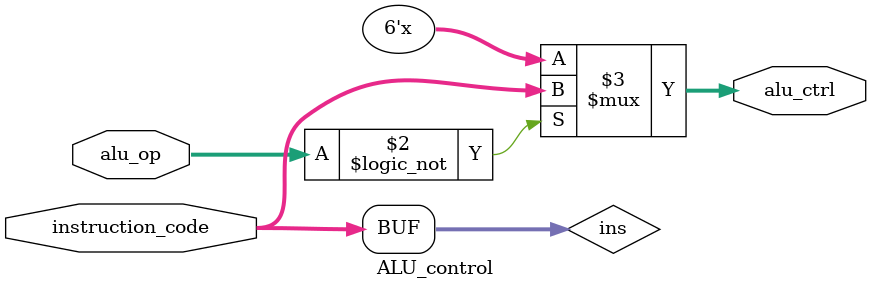
<source format=v>
module ALU_control(

	input [5:0] instruction_code,
	input [1:0] alu_op,
	
	output reg [5:0] alu_ctrl

);

	wire [5:0] ins;
	assign ins = instruction_code [5:0];

	always @(instruction_code, alu_op) begin
		if (alu_op == 0) begin //R -Type
			alu_ctrl <= ins;
		end
	end
endmodule 
</source>
